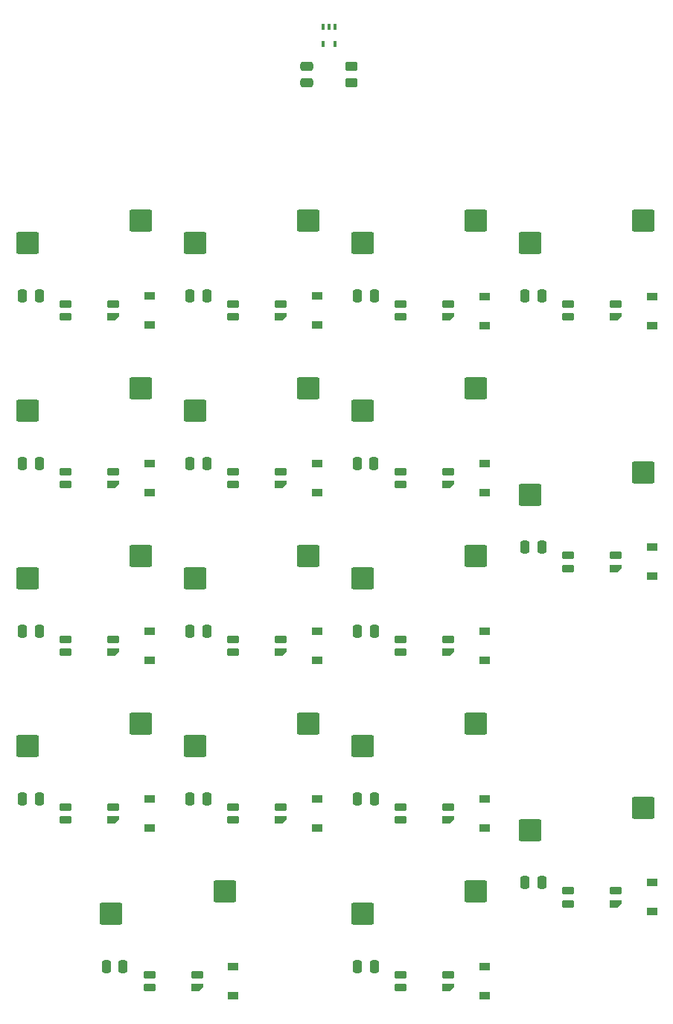
<source format=gbr>
%TF.GenerationSoftware,KiCad,Pcbnew,(6.0.10-0)*%
%TF.CreationDate,2023-02-04T09:28:37-08:00*%
%TF.ProjectId,ElephantKeyboard,456c6570-6861-46e7-944b-6579626f6172,rev?*%
%TF.SameCoordinates,Original*%
%TF.FileFunction,Paste,Bot*%
%TF.FilePolarity,Positive*%
%FSLAX46Y46*%
G04 Gerber Fmt 4.6, Leading zero omitted, Abs format (unit mm)*
G04 Created by KiCad (PCBNEW (6.0.10-0)) date 2023-02-04 09:28:37*
%MOMM*%
%LPD*%
G01*
G04 APERTURE LIST*
G04 Aperture macros list*
%AMRoundRect*
0 Rectangle with rounded corners*
0 $1 Rounding radius*
0 $2 $3 $4 $5 $6 $7 $8 $9 X,Y pos of 4 corners*
0 Add a 4 corners polygon primitive as box body*
4,1,4,$2,$3,$4,$5,$6,$7,$8,$9,$2,$3,0*
0 Add four circle primitives for the rounded corners*
1,1,$1+$1,$2,$3*
1,1,$1+$1,$4,$5*
1,1,$1+$1,$6,$7*
1,1,$1+$1,$8,$9*
0 Add four rect primitives between the rounded corners*
20,1,$1+$1,$2,$3,$4,$5,0*
20,1,$1+$1,$4,$5,$6,$7,0*
20,1,$1+$1,$6,$7,$8,$9,0*
20,1,$1+$1,$8,$9,$2,$3,0*%
%AMFreePoly0*
4,1,18,-0.410000,0.593000,-0.403758,0.624380,-0.385983,0.650983,-0.359380,0.668758,-0.328000,0.675000,0.328000,0.675000,0.359380,0.668758,0.385983,0.650983,0.403758,0.624380,0.410000,0.593000,0.410000,-0.593000,0.403758,-0.624380,0.385983,-0.650983,0.359380,-0.668758,0.328000,-0.675000,0.000000,-0.675000,-0.410000,-0.265000,-0.410000,0.593000,-0.410000,0.593000,$1*%
G04 Aperture macros list end*
%ADD10RoundRect,0.200000X-1.075000X-1.050000X1.075000X-1.050000X1.075000X1.050000X-1.075000X1.050000X0*%
%ADD11R,1.200000X0.900000*%
%ADD12RoundRect,0.250000X0.250000X0.475000X-0.250000X0.475000X-0.250000X-0.475000X0.250000X-0.475000X0*%
%ADD13RoundRect,0.082000X0.593000X-0.328000X0.593000X0.328000X-0.593000X0.328000X-0.593000X-0.328000X0*%
%ADD14FreePoly0,90.000000*%
%ADD15R,0.400000X0.650000*%
%ADD16RoundRect,0.250000X-0.475000X0.250000X-0.475000X-0.250000X0.475000X-0.250000X0.475000X0.250000X0*%
%ADD17RoundRect,0.250000X-0.450000X0.262500X-0.450000X-0.262500X0.450000X-0.262500X0.450000X0.262500X0*%
G04 APERTURE END LIST*
D10*
%TO.C,MX7*%
X104103500Y-89662000D03*
X117030500Y-87122000D03*
%TD*%
%TO.C,MX10*%
X104103500Y-108712000D03*
X117030500Y-106172000D03*
%TD*%
%TO.C,MX8*%
X66003500Y-108712000D03*
X78930500Y-106172000D03*
%TD*%
%TO.C,MX13*%
X85053500Y-127762000D03*
X97980500Y-125222000D03*
%TD*%
%TO.C,MX6*%
X85053500Y-89662000D03*
X97980500Y-87122000D03*
%TD*%
%TO.C,MX17*%
X123153500Y-137287000D03*
X136080500Y-134747000D03*
%TD*%
%TO.C,MX11*%
X123153500Y-99187000D03*
X136080500Y-96647000D03*
%TD*%
%TO.C,MX3*%
X104103500Y-70612000D03*
X117030500Y-68072000D03*
%TD*%
%TO.C,MX5*%
X66003500Y-89662000D03*
X78930500Y-87122000D03*
%TD*%
%TO.C,MX4*%
X123153500Y-70612000D03*
X136080500Y-68072000D03*
%TD*%
%TO.C,MX14*%
X104103500Y-127762000D03*
X117030500Y-125222000D03*
%TD*%
%TO.C,MX2*%
X85053500Y-70612000D03*
X97980500Y-68072000D03*
%TD*%
%TO.C,MX15*%
X75528500Y-146812000D03*
X88455500Y-144272000D03*
%TD*%
%TO.C,MX9*%
X85053500Y-108712000D03*
X97980500Y-106172000D03*
%TD*%
%TO.C,MX16*%
X104103500Y-146812000D03*
X117030500Y-144272000D03*
%TD*%
%TO.C,MX12*%
X66003500Y-127762000D03*
X78930500Y-125222000D03*
%TD*%
%TO.C,MX1*%
X66003500Y-70612000D03*
X78930500Y-68072000D03*
%TD*%
D11*
%TO.C,D13*%
X98933000Y-137032000D03*
X98933000Y-133732000D03*
%TD*%
%TO.C,D11*%
X137033000Y-108457000D03*
X137033000Y-105157000D03*
%TD*%
D12*
%TO.C,C17*%
X124521000Y-143256000D03*
X122621000Y-143256000D03*
%TD*%
D13*
%TO.C,LED15*%
X79888500Y-153682000D03*
X79888500Y-155182000D03*
X85338500Y-153682000D03*
D14*
X85338500Y-155182000D03*
%TD*%
D11*
%TO.C,D7*%
X117983000Y-98932000D03*
X117983000Y-95632000D03*
%TD*%
D12*
%TO.C,C11*%
X124521000Y-105156000D03*
X122621000Y-105156000D03*
%TD*%
D11*
%TO.C,D17*%
X137033000Y-146557000D03*
X137033000Y-143257000D03*
%TD*%
D13*
%TO.C,LED5*%
X70363500Y-96532000D03*
X70363500Y-98032000D03*
X75813500Y-96532000D03*
D14*
X75813500Y-98032000D03*
%TD*%
D13*
%TO.C,LED3*%
X108463500Y-77482000D03*
X108463500Y-78982000D03*
X113913500Y-77482000D03*
D14*
X113913500Y-78982000D03*
%TD*%
D11*
%TO.C,D5*%
X79883000Y-98932000D03*
X79883000Y-95632000D03*
%TD*%
D13*
%TO.C,LED13*%
X89413500Y-134632000D03*
X89413500Y-136132000D03*
X94863500Y-134632000D03*
D14*
X94863500Y-136132000D03*
%TD*%
D11*
%TO.C,D6*%
X98933000Y-98932000D03*
X98933000Y-95632000D03*
%TD*%
D13*
%TO.C,LED17*%
X127513500Y-144157000D03*
X127513500Y-145657000D03*
X132963500Y-144157000D03*
D14*
X132963500Y-145657000D03*
%TD*%
D12*
%TO.C,C6*%
X86421000Y-95631000D03*
X84521000Y-95631000D03*
%TD*%
D11*
%TO.C,D3*%
X117983000Y-80009000D03*
X117983000Y-76709000D03*
%TD*%
%TO.C,D2*%
X98933000Y-79882000D03*
X98933000Y-76582000D03*
%TD*%
D13*
%TO.C,LED6*%
X89413500Y-96532000D03*
X89413500Y-98032000D03*
X94863500Y-96532000D03*
D14*
X94863500Y-98032000D03*
%TD*%
D12*
%TO.C,C1*%
X67371000Y-76581000D03*
X65471000Y-76581000D03*
%TD*%
D13*
%TO.C,LED16*%
X108463500Y-153682000D03*
X108463500Y-155182000D03*
X113913500Y-153682000D03*
D14*
X113913500Y-155182000D03*
%TD*%
D12*
%TO.C,C8*%
X67371000Y-114681000D03*
X65471000Y-114681000D03*
%TD*%
%TO.C,C16*%
X105471000Y-152781000D03*
X103571000Y-152781000D03*
%TD*%
D11*
%TO.C,D9*%
X98933000Y-117982000D03*
X98933000Y-114682000D03*
%TD*%
D12*
%TO.C,C13*%
X86421000Y-133731000D03*
X84521000Y-133731000D03*
%TD*%
D13*
%TO.C,LED4*%
X127513500Y-77482000D03*
X127513500Y-78982000D03*
X132963500Y-77482000D03*
D14*
X132963500Y-78982000D03*
%TD*%
D11*
%TO.C,D12*%
X79883000Y-137032000D03*
X79883000Y-133732000D03*
%TD*%
D13*
%TO.C,LED10*%
X108463500Y-115582000D03*
X108463500Y-117082000D03*
X113913500Y-115582000D03*
D14*
X113913500Y-117082000D03*
%TD*%
D12*
%TO.C,C2*%
X86421000Y-76581000D03*
X84521000Y-76581000D03*
%TD*%
D13*
%TO.C,LED9*%
X89413500Y-115582000D03*
X89413500Y-117082000D03*
X94863500Y-115582000D03*
D14*
X94863500Y-117082000D03*
%TD*%
D12*
%TO.C,C15*%
X76896000Y-152781000D03*
X74996000Y-152781000D03*
%TD*%
D13*
%TO.C,LED1*%
X70363500Y-77482000D03*
X70363500Y-78982000D03*
X75813500Y-77482000D03*
D14*
X75813500Y-78982000D03*
%TD*%
D13*
%TO.C,LED12*%
X70363500Y-134632000D03*
X70363500Y-136132000D03*
X75813500Y-134632000D03*
D14*
X75813500Y-136132000D03*
%TD*%
D11*
%TO.C,D15*%
X89408000Y-156082000D03*
X89408000Y-152782000D03*
%TD*%
D12*
%TO.C,C14*%
X105471000Y-133731000D03*
X103571000Y-133731000D03*
%TD*%
D13*
%TO.C,LED14*%
X108463500Y-134632000D03*
X108463500Y-136132000D03*
X113913500Y-134632000D03*
D14*
X113913500Y-136132000D03*
%TD*%
D15*
%TO.C,U2*%
X99680000Y-46040000D03*
X100330000Y-46040000D03*
X100980000Y-46040000D03*
X100980000Y-47940000D03*
X99680000Y-47940000D03*
%TD*%
D16*
%TO.C,C18*%
X97790000Y-50485000D03*
X97790000Y-52385000D03*
%TD*%
D12*
%TO.C,C10*%
X105471000Y-114681000D03*
X103571000Y-114681000D03*
%TD*%
%TO.C,C9*%
X86421000Y-114681000D03*
X84521000Y-114681000D03*
%TD*%
%TO.C,C5*%
X67371000Y-95631000D03*
X65471000Y-95631000D03*
%TD*%
D13*
%TO.C,LED8*%
X70363500Y-115582000D03*
X70363500Y-117082000D03*
X75813500Y-115582000D03*
D14*
X75813500Y-117082000D03*
%TD*%
D12*
%TO.C,C3*%
X105471000Y-76581000D03*
X103571000Y-76581000D03*
%TD*%
D11*
%TO.C,D14*%
X117983000Y-137032000D03*
X117983000Y-133732000D03*
%TD*%
D12*
%TO.C,C4*%
X124521000Y-76581000D03*
X122621000Y-76581000D03*
%TD*%
%TO.C,C7*%
X105410000Y-95631000D03*
X103510000Y-95631000D03*
%TD*%
D11*
%TO.C,D8*%
X79883000Y-117982000D03*
X79883000Y-114682000D03*
%TD*%
D17*
%TO.C,R1*%
X102870000Y-50522500D03*
X102870000Y-52347500D03*
%TD*%
D13*
%TO.C,LED7*%
X108463500Y-96532000D03*
X108463500Y-98032000D03*
X113913500Y-96532000D03*
D14*
X113913500Y-98032000D03*
%TD*%
D11*
%TO.C,D4*%
X137033000Y-80009000D03*
X137033000Y-76709000D03*
%TD*%
%TO.C,D1*%
X79883000Y-79882000D03*
X79883000Y-76582000D03*
%TD*%
D13*
%TO.C,LED2*%
X89413500Y-77482000D03*
X89413500Y-78982000D03*
X94863500Y-77482000D03*
D14*
X94863500Y-78982000D03*
%TD*%
D13*
%TO.C,LED11*%
X127513500Y-106057000D03*
X127513500Y-107557000D03*
X132963500Y-106057000D03*
D14*
X132963500Y-107557000D03*
%TD*%
D11*
%TO.C,D10*%
X117983000Y-117982000D03*
X117983000Y-114682000D03*
%TD*%
D12*
%TO.C,C12*%
X67371000Y-133731000D03*
X65471000Y-133731000D03*
%TD*%
D11*
%TO.C,D16*%
X117983000Y-156082000D03*
X117983000Y-152782000D03*
%TD*%
M02*

</source>
